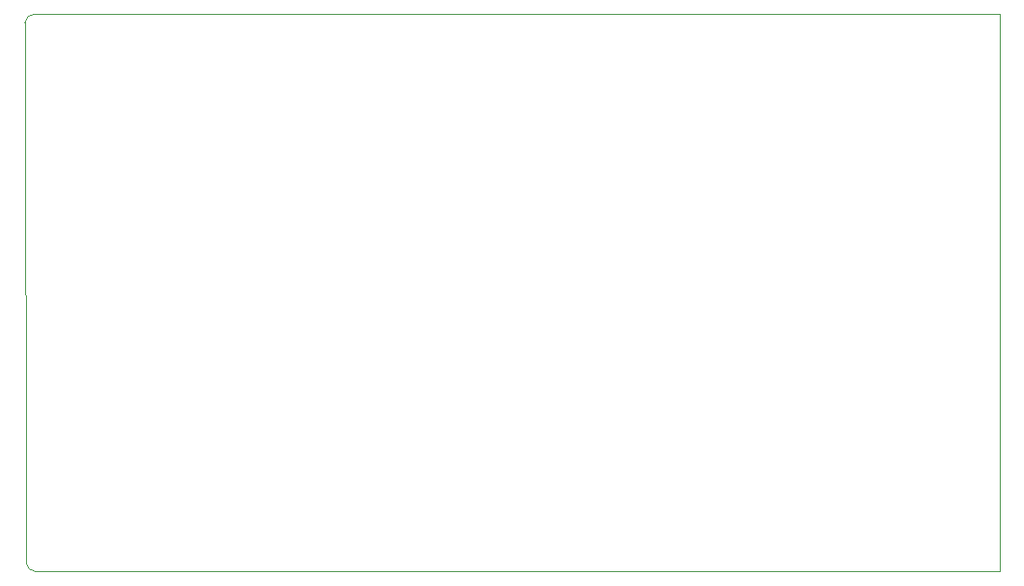
<source format=gbr>
%TF.GenerationSoftware,KiCad,Pcbnew,(6.0.4-0)*%
%TF.CreationDate,2023-12-10T22:35:43+01:00*%
%TF.ProjectId,pcmcia-sram,70636d63-6961-42d7-9372-616d2e6b6963,rev?*%
%TF.SameCoordinates,Original*%
%TF.FileFunction,Profile,NP*%
%FSLAX46Y46*%
G04 Gerber Fmt 4.6, Leading zero omitted, Abs format (unit mm)*
G04 Created by KiCad (PCBNEW (6.0.4-0)) date 2023-12-10 22:35:43*
%MOMM*%
%LPD*%
G01*
G04 APERTURE LIST*
%TA.AperFunction,Profile*%
%ADD10C,0.100000*%
%TD*%
G04 APERTURE END LIST*
D10*
X165989001Y-62737957D02*
G75*
G03*
X165163500Y-63500000I-13201J-813843D01*
G01*
X166116000Y-113538000D02*
X249873000Y-113538000D01*
X249873000Y-62738000D02*
X165989000Y-62738000D01*
X165290442Y-112776004D02*
G75*
G03*
X166116000Y-113538000I820658J60904D01*
G01*
X165163500Y-63500000D02*
X165290500Y-112776000D01*
%TO.C,J1*%
X253873000Y-62738000D02*
X253873000Y-113538000D01*
X253873000Y-113538000D02*
X249873000Y-113538000D01*
X253873000Y-62738000D02*
X249873000Y-62738000D01*
%TD*%
M02*

</source>
